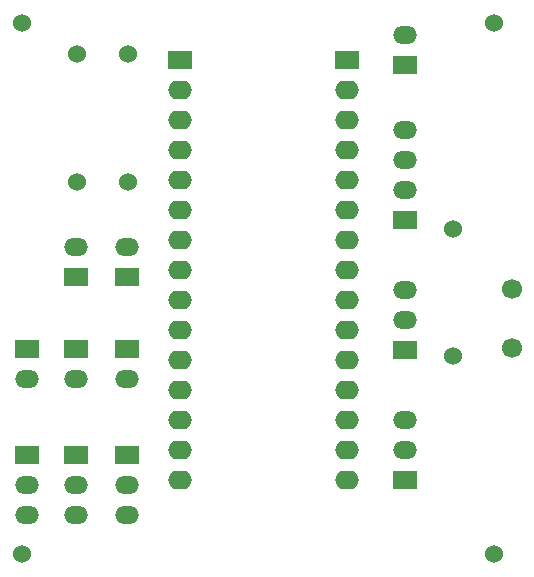
<source format=gbr>
G04*
G04 #@! TF.GenerationSoftware,Altium Limited,Altium Designer,25.8.1 (18)*
G04*
G04 Layer_Color=255*
%FSLAX25Y25*%
%MOIN*%
G70*
G04*
G04 #@! TF.SameCoordinates,8EC05070-4222-424C-B7D2-10FEA1704A48*
G04*
G04*
G04 #@! TF.FilePolarity,Positive*
G04*
G01*
G75*
%ADD19O,0.07874X0.06299*%
%ADD20R,0.07874X0.06299*%
%ADD21O,0.07874X0.05906*%
%ADD22R,0.07874X0.05906*%
%ADD23C,0.06000*%
%ADD24C,0.06693*%
D19*
X439000Y316000D02*
D03*
Y326000D02*
D03*
Y336000D02*
D03*
Y346000D02*
D03*
Y356000D02*
D03*
Y366000D02*
D03*
Y376000D02*
D03*
Y386000D02*
D03*
Y396000D02*
D03*
Y406000D02*
D03*
Y416000D02*
D03*
Y426000D02*
D03*
Y436000D02*
D03*
Y446000D02*
D03*
X383500Y316000D02*
D03*
Y326000D02*
D03*
Y336000D02*
D03*
Y346000D02*
D03*
Y356000D02*
D03*
Y366000D02*
D03*
Y376000D02*
D03*
Y386000D02*
D03*
Y396000D02*
D03*
Y406000D02*
D03*
Y416000D02*
D03*
Y426000D02*
D03*
Y436000D02*
D03*
Y446000D02*
D03*
D20*
X439000Y456000D02*
D03*
X383500D02*
D03*
D21*
X458500Y464500D02*
D03*
X332500Y304500D02*
D03*
Y314500D02*
D03*
X458500Y336000D02*
D03*
Y326000D02*
D03*
Y379333D02*
D03*
Y369333D02*
D03*
X348929Y304500D02*
D03*
Y314500D02*
D03*
X365929Y349823D02*
D03*
X348929D02*
D03*
X332500D02*
D03*
X365929Y393645D02*
D03*
X348929D02*
D03*
X458500Y412667D02*
D03*
Y422667D02*
D03*
Y432667D02*
D03*
X365929Y304500D02*
D03*
Y314500D02*
D03*
D22*
X458500Y454500D02*
D03*
X332500Y324500D02*
D03*
X458500Y316000D02*
D03*
Y359333D02*
D03*
X348929Y324500D02*
D03*
X365929Y359823D02*
D03*
X348929D02*
D03*
X332500D02*
D03*
X365929Y383645D02*
D03*
X348929D02*
D03*
X458500Y402667D02*
D03*
X365929Y324500D02*
D03*
D23*
X488189Y291339D02*
D03*
Y468504D02*
D03*
X330709Y291339D02*
D03*
Y468504D02*
D03*
X474528Y399859D02*
D03*
Y357340D02*
D03*
X366215Y457994D02*
D03*
Y415474D02*
D03*
X349215Y457994D02*
D03*
Y415474D02*
D03*
D24*
X494000Y360239D02*
D03*
Y379924D02*
D03*
M02*

</source>
